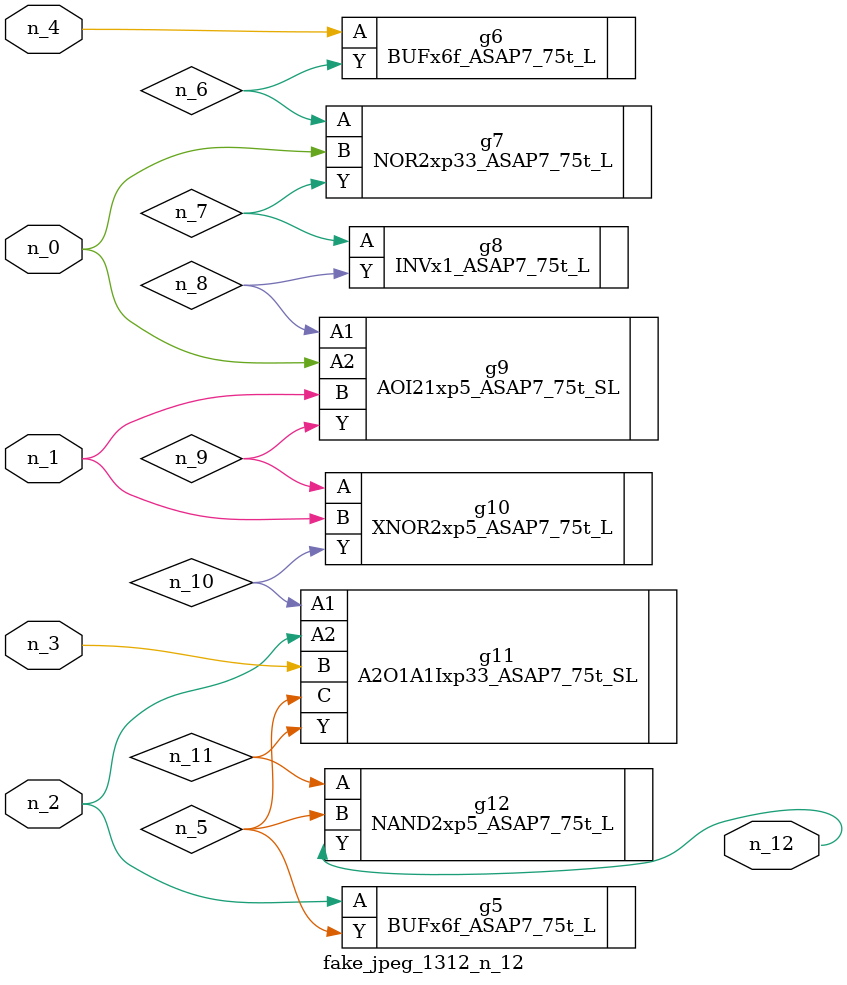
<source format=v>
module fake_jpeg_1312_n_12 (n_3, n_2, n_1, n_0, n_4, n_12);

input n_3;
input n_2;
input n_1;
input n_0;
input n_4;

output n_12;

wire n_11;
wire n_10;
wire n_8;
wire n_9;
wire n_6;
wire n_5;
wire n_7;

BUFx6f_ASAP7_75t_L g5 ( 
.A(n_2),
.Y(n_5)
);

BUFx6f_ASAP7_75t_L g6 ( 
.A(n_4),
.Y(n_6)
);

NOR2xp33_ASAP7_75t_L g7 ( 
.A(n_6),
.B(n_0),
.Y(n_7)
);

INVx1_ASAP7_75t_L g8 ( 
.A(n_7),
.Y(n_8)
);

AOI21xp5_ASAP7_75t_SL g9 ( 
.A1(n_8),
.A2(n_0),
.B(n_1),
.Y(n_9)
);

XNOR2xp5_ASAP7_75t_L g10 ( 
.A(n_9),
.B(n_1),
.Y(n_10)
);

A2O1A1Ixp33_ASAP7_75t_SL g11 ( 
.A1(n_10),
.A2(n_2),
.B(n_3),
.C(n_5),
.Y(n_11)
);

NAND2xp5_ASAP7_75t_L g12 ( 
.A(n_11),
.B(n_5),
.Y(n_12)
);


endmodule
</source>
